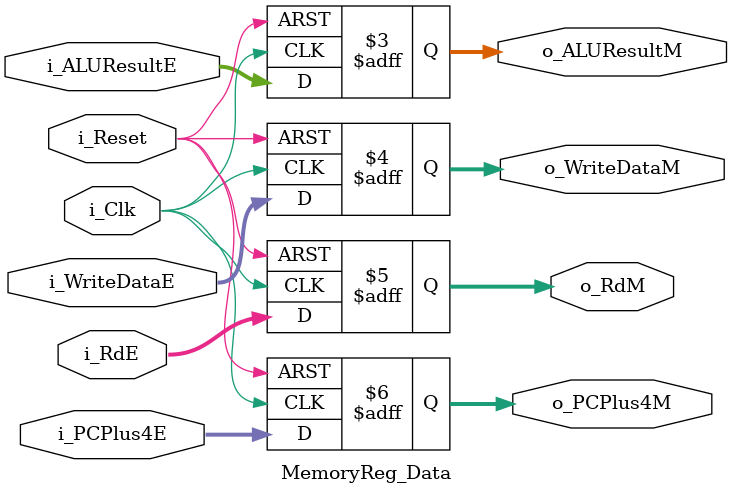
<source format=sv>
module MemoryReg_Data
(
    input logic i_Clk,
    input logic i_Reset,

    // Input from Data Path
    input logic [31:0] i_ALUResultE,
    input logic [31:0] i_WriteDataE,
    input logic [4:0]  i_RdE,
    input logic [31:0] i_PCPlus4E,

    // Output to Data Path
    output logic [31:0] o_ALUResultM,
    output logic [31:0] o_WriteDataM,
    output logic [4:0]  o_RdM,
    output logic [31:0] o_PCPlus4M
);
    
    // Data Path Register
    always @(posedge i_Clk or negedge i_Reset)
        if(~i_Reset)
        begin
            o_ALUResultM <= 0;
            o_WriteDataM <= 0;
            o_RdM        <= 0;
            o_PCPlus4M   <= 0;
        end
        else
        begin
            o_ALUResultM <= i_ALUResultE;
            o_WriteDataM <= i_WriteDataE;
            o_RdM        <= i_RdE;
            o_PCPlus4M   <= i_PCPlus4E;
        end

endmodule
</source>
